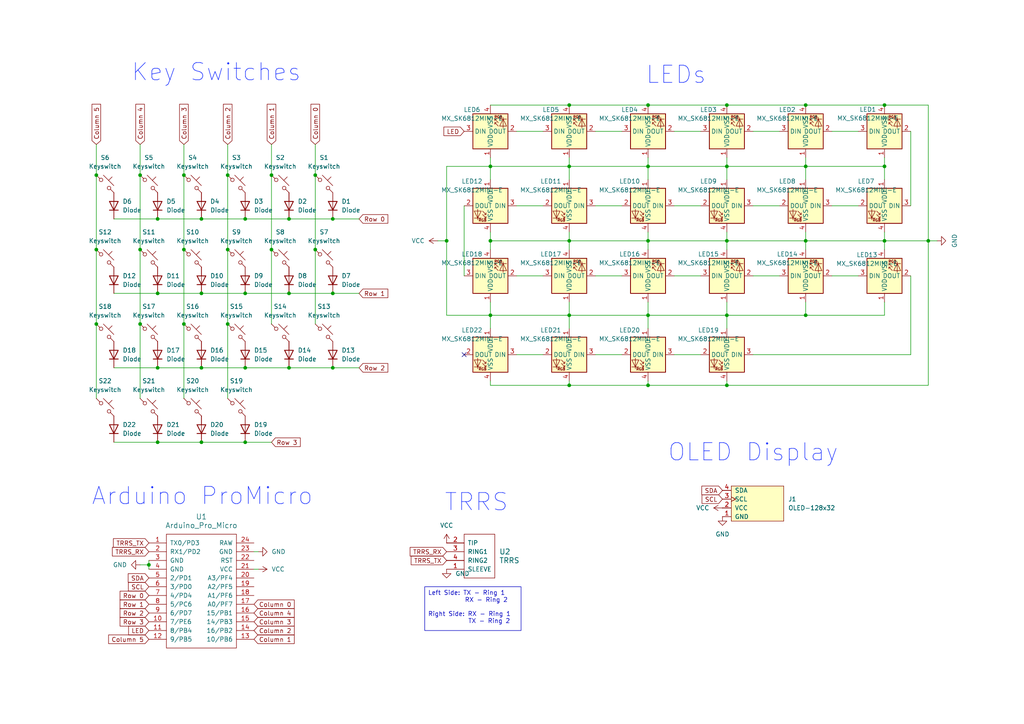
<source format=kicad_sch>
(kicad_sch (version 20231120) (generator "eeschema") (generator_version "8.0")
  (paper "A4")
  (title_block (title "RootKB-Right") (date "2024-04-27") (rev "1.0"))
  (lib_symbols
    (symbol "PCM_marbastlib-mx:MX_SK6812MINI-E"
      (property "Reference" "LED" (at 3.175 6.35 0))
      (property "Value" "MX_SK6812MINI-E" (at 10.16 -6.985 0))
      (symbol "MX_SK6812MINI-E_0_0"
        (text "RGB" (at 2.286 -4.191 0) (effects (font (size 0.762 0.762))))
      )
      (symbol "MX_SK6812MINI-E_0_1"
        (rectangle (start -5.08 5.08) (end 5.08 -5.08) (stroke (width 0.254)) (fill (type background)))
        (polyline (pts (xy 1.27 -3.556) (xy 1.778 -3.556)))
        (polyline (pts (xy 1.27 -2.54) (xy 1.778 -2.54)))
        (polyline (pts (xy 4.699 -3.556) (xy 2.667 -3.556)))
        (polyline (pts (xy 2.286 -2.54) (xy 1.27 -3.556) (xy 1.27 -3.048)))
        (polyline (pts (xy 2.286 -1.524) (xy 1.27 -2.54) (xy 1.27 -2.032)))
        (polyline (pts (xy 3.683 -1.016) (xy 3.683 -3.556) (xy 3.683 -4.064)))
        (polyline (pts (xy 4.699 -1.524) (xy 2.667 -1.524) (xy 3.683 -3.556) (xy 4.699 -1.524)))
      )
      (symbol "MX_SK6812MINI-E_1_1"
        (pin power_in line (at 0 7.62 270) (length 2.54) (name "VDD") (number "1"))
        (pin output line (at 7.62 0 180) (length 2.54) (name "DOUT") (number "2"))
        (pin input line (at -7.62 0 0) (length 2.54) (name "DIN") (number "3"))
        (pin power_in line (at 0 -7.62 90) (length 2.54) (name "VSS") (number "4"))
      )
    )
    (symbol "ScottoKeebs:MCU_Arduino_Pro_Micro" (pin_names (offset 1.016))
      (property "Reference" "U" (at 0 0 0))
      (property "Value" "Arduino_Pro_Micro" (at 0 -19.05 0))
      (symbol "MCU_Arduino_Pro_Micro_0_1"
        (rectangle (start -10.16 16.51) (end 10.16 -16.51))
      )
      (symbol "MCU_Arduino_Pro_Micro_1_1"
        (pin input line (at -15.24 13.97 0) (length 5.08) (name "TX0/PD3") (number "1"))
        (pin input line (at -15.24 -8.89 0) (length 5.08) (name "7/PE6") (number "10"))
        (pin input line (at -15.24 -11.43 0) (length 5.08) (name "8/PB4") (number "11"))
        (pin input line (at -15.24 -13.97 0) (length 5.08) (name "9/PB5") (number "12"))
        (pin input line (at 15.24 -13.97 180) (length 5.08) (name "10/PB6") (number "13"))
        (pin input line (at 15.24 -11.43 180) (length 5.08) (name "16/PB2") (number "14"))
        (pin input line (at 15.24 -8.89 180) (length 5.08) (name "14/PB3") (number "15"))
        (pin input line (at 15.24 -6.35 180) (length 5.08) (name "15/PB1") (number "16"))
        (pin input line (at 15.24 -3.81 180) (length 5.08) (name "A0/PF7") (number "17"))
        (pin input line (at 15.24 -1.27 180) (length 5.08) (name "A1/PF6") (number "18"))
        (pin input line (at 15.24 1.27 180) (length 5.08) (name "A2/PF5") (number "19"))
        (pin input line (at -15.24 11.43 0) (length 5.08) (name "RX1/PD2") (number "2"))
        (pin input line (at 15.24 3.81 180) (length 5.08) (name "A3/PF4") (number "20"))
        (pin input line (at 15.24 6.35 180) (length 5.08) (name "VCC") (number "21"))
        (pin input line (at 15.24 8.89 180) (length 5.08) (name "RST") (number "22"))
        (pin input line (at 15.24 11.43 180) (length 5.08) (name "GND") (number "23"))
        (pin input line (at 15.24 13.97 180) (length 5.08) (name "RAW") (number "24"))
        (pin input line (at -15.24 8.89 0) (length 5.08) (name "GND") (number "3"))
        (pin input line (at -15.24 6.35 0) (length 5.08) (name "GND") (number "4"))
        (pin input line (at -15.24 3.81 0) (length 5.08) (name "2/PD1") (number "5"))
        (pin input line (at -15.24 1.27 0) (length 5.08) (name "3/PD0") (number "6"))
        (pin input line (at -15.24 -1.27 0) (length 5.08) (name "4/PD4") (number "7"))
        (pin input line (at -15.24 -3.81 0) (length 5.08) (name "5/PC6") (number "8"))
        (pin input line (at -15.24 -6.35 0) (length 5.08) (name "6/PD7") (number "9"))
      )
    )
    (symbol "ScottoKeebs:Placeholder_Diode" (pin_numbers hide) (pin_names hide)
      (property "Reference" "D" (at 0 2.54 0))
      (property "Value" "Diode" (at 0 -2.54 0))
      (symbol "Placeholder_Diode_0_1"
        (polyline (pts (xy -1.27 1.27) (xy -1.27 -1.27)) (stroke (width 0.254)))
        (polyline (pts (xy 1.27 0) (xy -1.27 0)))
        (polyline (pts (xy 1.27 1.27) (xy 1.27 -1.27) (xy -1.27 0) (xy 1.27 1.27)) (stroke (width 0.254)))
      )
      (symbol "Placeholder_Diode_1_1"
        (pin passive line (at -3.81 0 0) (length 2.54) (name "K") (number "1"))
        (pin passive line (at 3.81 0 180) (length 2.54) (name "A") (number "2"))
      )
    )
    (symbol "ScottoKeebs:Placeholder_Keyswitch" (pin_numbers hide) (pin_names (offset 1.016) hide)
      (property "Reference" "S" (at 3.048 1.016 0))
      (property "Value" "Keyswitch" (at 0 -3.81 0))
      (symbol "Placeholder_Keyswitch_0_1"
        (circle (center -1.1684 1.1684) (radius 0.508))
        (polyline (pts (xy -0.508 2.54) (xy 2.54 -0.508)))
        (polyline (pts (xy 1.016 1.016) (xy 2.032 2.032)))
        (polyline (pts (xy -2.54 2.54) (xy -1.524 1.524) (xy -1.524 1.524)))
        (polyline (pts (xy 1.524 -1.524) (xy 2.54 -2.54) (xy 2.54 -2.54) (xy 2.54 -2.54)))
        (circle (center 1.143 -1.1938) (radius 0.508))
        (pin passive line (at -2.54 2.54 0) (length 0) (name "1") (number "1"))
        (pin passive line (at 2.54 -2.54 180) (length 0) (name "2") (number "2"))
      )
    )
    (symbol "ScottoKeebs:Placeholder_TRRS" (pin_names (offset 1.016))
      (property "Reference" "U" (at 0 15.24 0))
      (property "Value" "TRRS" (at 0 -2.54 0))
      (symbol "Placeholder_TRRS_0_1"
        (rectangle (start -3.81 0) (end -3.81 12.7))
        (rectangle (start -3.81 0) (end 5.08 0))
        (rectangle (start -3.81 12.7) (end 5.08 12.7))
        (rectangle (start 5.08 12.7) (end 5.08 0))
      )
      (symbol "Placeholder_TRRS_1_1"
        (pin input line (at -8.89 2.54 0) (length 5.08) (name "SLEEVE") (number "1"))
        (pin input line (at -8.89 10.16 0) (length 5.08) (name "TIP") (number "2"))
        (pin input line (at -8.89 7.62 0) (length 5.08) (name "RING1") (number "3"))
        (pin input line (at -8.89 5.08 0) (length 5.08) (name "RING2") (number "4"))
      )
    )
    (symbol "display:OLED-128x32" (pin_names (offset 1.016))
      (property "Reference" "J" (at 0 -6.35 0))
      (property "Value" "OLED-128x32" (at 0 6.35 0))
      (symbol "OLED-128x32_0_1"
        (rectangle (start 0 5.08) (end 15.24 -5.08) (fill (type background)))
      )
      (symbol "OLED-128x32_1_1"
        (pin power_in line (at -2.54 -3.81 0) (length 2.54) (name "GND") (number "1"))
        (pin power_in line (at -2.54 -1.27 0) (length 2.54) (name "VCC") (number "2"))
        (pin input clock (at -2.54 1.27 0) (length 2.54) (name "SCL") (number "3"))
        (pin bidirectional line (at -2.54 3.81 0) (length 2.54) (name "SDA") (number "4"))
      )
    )
    (symbol "power:GND" (power) (pin_numbers hide) (pin_names (offset 0) hide)
      (property "Value" "GND" (at 0 -3.81 0))
      (symbol "GND_0_1"
        (polyline (pts (xy 0 0) (xy 0 -1.27) (xy 1.27 -1.27) (xy 0 -2.54) (xy -1.27 -1.27) (xy 0 -1.27)))
      )
      (symbol "GND_1_1"
        (pin power_in line (at 0 0 270) (length 0) (name "~") (number "1"))
      )
    )
    (symbol "power:VCC" (power) (pin_numbers hide) (pin_names (offset 0) hide)
      (property "Value" "VCC" (at 0 3.556 0))
      (symbol "VCC_0_1"
        (polyline (pts (xy -0.762 1.27) (xy 0 2.54)))
        (polyline (pts (xy 0 0) (xy 0 2.54)))
        (polyline (pts (xy 0 2.54) (xy 0.762 1.27)))
      )
      (symbol "VCC_1_1"
        (pin power_in line (at 0 0 90) (length 0) (name "~") (number "1"))
      )
    )
  )
  (junction (at 40.64 72.39))
  (junction (at 187.96 69.85))
  (junction (at 142.24 91.44))
  (junction (at 71.12 85.09))
  (junction (at 58.42 63.5))
  (junction (at 142.24 48.26))
  (junction (at 53.34 72.39))
  (junction (at 142.24 69.85))
  (junction (at 210.82 30.48))
  (junction (at 66.04 93.98))
  (junction (at 45.72 106.68))
  (junction (at 165.1 111.76))
  (junction (at 256.54 48.26))
  (junction (at 269.24 69.85))
  (junction (at 83.82 106.68))
  (junction (at 210.82 69.85))
  (junction (at 71.12 128.27))
  (junction (at 165.1 69.85))
  (junction (at 27.94 72.39))
  (junction (at 187.96 30.48))
  (junction (at 165.1 91.44))
  (junction (at 256.54 30.48))
  (junction (at 187.96 111.76))
  (junction (at 43.18 163.83))
  (junction (at 66.04 50.8))
  (junction (at 210.82 111.76))
  (junction (at 187.96 48.26))
  (junction (at 40.64 93.98))
  (junction (at 71.12 106.68))
  (junction (at 210.82 91.44))
  (junction (at 45.72 85.09))
  (junction (at 78.74 50.8))
  (junction (at 71.12 63.5))
  (junction (at 256.54 69.85))
  (junction (at 210.82 48.26))
  (junction (at 96.52 106.68))
  (junction (at 58.42 128.27))
  (junction (at 165.1 48.26))
  (junction (at 96.52 63.5))
  (junction (at 96.52 85.09))
  (junction (at 40.64 50.8))
  (junction (at 91.44 50.8))
  (junction (at 45.72 63.5))
  (junction (at 58.42 106.68))
  (junction (at 233.68 30.48))
  (junction (at 83.82 63.5))
  (junction (at 233.68 48.26))
  (junction (at 78.74 72.39))
  (junction (at 129.54 69.85))
  (junction (at 27.94 93.98))
  (junction (at 27.94 50.8))
  (junction (at 53.34 93.98))
  (junction (at 53.34 50.8))
  (junction (at 45.72 128.27))
  (junction (at 66.04 72.39))
  (junction (at 187.96 91.44))
  (junction (at 233.68 91.44))
  (junction (at 233.68 69.85))
  (junction (at 165.1 30.48))
  (junction (at 83.82 85.09))
  (junction (at 91.44 72.39))
  (junction (at 58.42 85.09))
  (no_connect (at 134.62 102.87))
  (wire (pts (xy 226.06 80.01) (xy 218.44 80.01)))
  (wire (pts (xy 233.68 91.44) (xy 233.68 87.63)))
  (wire (pts (xy 43.18 163.83) (xy 43.18 165.1)))
  (wire (pts (xy 71.12 106.68) (xy 83.82 106.68)))
  (wire (pts (xy 58.42 85.09) (xy 71.12 85.09)))
  (wire (pts (xy 165.1 45.72) (xy 165.1 48.26)))
  (wire (pts (xy 40.64 93.98) (xy 40.64 115.57)))
  (wire (pts (xy 210.82 110.49) (xy 210.82 111.76)))
  (wire (pts (xy 66.04 72.39) (xy 66.04 93.98)))
  (wire (pts (xy 165.1 91.44) (xy 165.1 95.25)))
  (wire (pts (xy 233.68 91.44) (xy 256.54 91.44)))
  (wire (pts (xy 129.54 91.44) (xy 142.24 91.44)))
  (wire (pts (xy 157.48 59.69) (xy 149.86 59.69)))
  (wire (pts (xy 187.96 48.26) (xy 165.1 48.26)))
  (wire (pts (xy 58.42 128.27) (xy 71.12 128.27)))
  (wire (pts (xy 210.82 111.76) (xy 187.96 111.76)))
  (wire (pts (xy 180.34 80.01) (xy 172.72 80.01)))
  (wire (pts (xy 45.72 63.5) (xy 58.42 63.5)))
  (wire (pts (xy 104.14 85.09) (xy 96.52 85.09)))
  (wire (pts (xy 203.2 59.69) (xy 195.58 59.69)))
  (wire (pts (xy 187.96 110.49) (xy 187.96 111.76)))
  (wire (pts (xy 256.54 69.85) (xy 233.68 69.85)))
  (wire (pts (xy 180.34 102.87) (xy 172.72 102.87)))
  (wire (pts (xy 264.16 38.1) (xy 264.16 59.69)))
  (wire (pts (xy 256.54 48.26) (xy 233.68 48.26)))
  (wire (pts (xy 142.24 87.63) (xy 142.24 91.44)))
  (wire (pts (xy 187.96 48.26) (xy 187.96 52.07)))
  (wire (pts (xy 165.1 48.26) (xy 165.1 52.07)))
  (wire (pts (xy 71.12 85.09) (xy 83.82 85.09)))
  (wire (pts (xy 203.2 80.01) (xy 195.58 80.01)))
  (wire (pts (xy 129.54 69.85) (xy 129.54 91.44)))
  (wire (pts (xy 233.68 48.26) (xy 210.82 48.26)))
  (wire (pts (xy 165.1 91.44) (xy 142.24 91.44)))
  (wire (pts (xy 256.54 69.85) (xy 256.54 72.39)))
  (wire (pts (xy 33.02 85.09) (xy 45.72 85.09)))
  (wire (pts (xy 157.48 102.87) (xy 149.86 102.87)))
  (wire (pts (xy 66.04 93.98) (xy 66.04 115.57)))
  (wire (pts (xy 40.64 41.91) (xy 40.64 50.8)))
  (wire (pts (xy 187.96 45.72) (xy 187.96 48.26)))
  (wire (pts (xy 180.34 38.1) (xy 172.72 38.1)))
  (wire (pts (xy 256.54 67.31) (xy 256.54 69.85)))
  (wire (pts (xy 187.96 87.63) (xy 187.96 91.44)))
  (wire (pts (xy 104.14 63.5) (xy 96.52 63.5)))
  (wire (pts (xy 53.34 41.91) (xy 53.34 50.8)))
  (wire (pts (xy 264.16 80.01) (xy 264.16 102.87)))
  (wire (pts (xy 27.94 93.98) (xy 27.94 115.57)))
  (wire (pts (xy 142.24 69.85) (xy 142.24 72.39)))
  (wire (pts (xy 157.48 38.1) (xy 149.86 38.1)))
  (wire (pts (xy 269.24 30.48) (xy 269.24 69.85)))
  (wire (pts (xy 129.54 48.26) (xy 129.54 69.85)))
  (wire (pts (xy 233.68 67.31) (xy 233.68 69.85)))
  (wire (pts (xy 33.02 63.5) (xy 45.72 63.5)))
  (wire (pts (xy 248.92 38.1) (xy 241.3 38.1)))
  (wire (pts (xy 45.72 85.09) (xy 58.42 85.09)))
  (wire (pts (xy 142.24 45.72) (xy 142.24 48.26)))
  (wire (pts (xy 165.1 69.85) (xy 142.24 69.85)))
  (wire (pts (xy 91.44 41.91) (xy 91.44 50.8)))
  (wire (pts (xy 43.18 162.56) (xy 43.18 163.83)))
  (wire (pts (xy 256.54 48.26) (xy 256.54 52.07)))
  (wire (pts (xy 33.02 106.68) (xy 45.72 106.68)))
  (wire (pts (xy 66.04 50.8) (xy 66.04 72.39)))
  (wire (pts (xy 187.96 91.44) (xy 187.96 95.25)))
  (wire (pts (xy 74.93 165.1) (xy 73.66 165.1)))
  (wire (pts (xy 210.82 48.26) (xy 187.96 48.26)))
  (wire (pts (xy 256.54 30.48) (xy 269.24 30.48)))
  (wire (pts (xy 40.64 163.83) (xy 43.18 163.83)))
  (wire (pts (xy 271.78 69.85) (xy 269.24 69.85)))
  (wire (pts (xy 187.96 30.48) (xy 165.1 30.48)))
  (wire (pts (xy 142.24 48.26) (xy 142.24 52.07)))
  (wire (pts (xy 187.96 69.85) (xy 187.96 72.39)))
  (wire (pts (xy 53.34 93.98) (xy 53.34 115.57)))
  (wire (pts (xy 203.2 102.87) (xy 195.58 102.87)))
  (wire (pts (xy 187.96 111.76) (xy 165.1 111.76)))
  (wire (pts (xy 165.1 87.63) (xy 165.1 91.44)))
  (wire (pts (xy 210.82 87.63) (xy 210.82 91.44)))
  (wire (pts (xy 134.62 59.69) (xy 134.62 80.01)))
  (wire (pts (xy 210.82 91.44) (xy 233.68 91.44)))
  (wire (pts (xy 53.34 72.39) (xy 53.34 93.98)))
  (wire (pts (xy 83.82 85.09) (xy 96.52 85.09)))
  (wire (pts (xy 226.06 59.69) (xy 218.44 59.69)))
  (wire (pts (xy 83.82 63.5) (xy 96.52 63.5)))
  (wire (pts (xy 165.1 30.48) (xy 142.24 30.48)))
  (wire (pts (xy 165.1 48.26) (xy 142.24 48.26)))
  (wire (pts (xy 40.64 72.39) (xy 40.64 93.98)))
  (wire (pts (xy 248.92 59.69) (xy 241.3 59.69)))
  (wire (pts (xy 187.96 69.85) (xy 165.1 69.85)))
  (wire (pts (xy 210.82 45.72) (xy 210.82 48.26)))
  (wire (pts (xy 256.54 45.72) (xy 256.54 48.26)))
  (wire (pts (xy 165.1 111.76) (xy 142.24 111.76)))
  (wire (pts (xy 157.48 80.01) (xy 149.86 80.01)))
  (wire (pts (xy 248.92 80.01) (xy 241.3 80.01)))
  (wire (pts (xy 58.42 63.5) (xy 71.12 63.5)))
  (wire (pts (xy 66.04 41.91) (xy 66.04 50.8)))
  (wire (pts (xy 58.42 106.68) (xy 71.12 106.68)))
  (wire (pts (xy 71.12 128.27) (xy 78.74 128.27)))
  (wire (pts (xy 233.68 69.85) (xy 210.82 69.85)))
  (wire (pts (xy 45.72 106.68) (xy 58.42 106.68)))
  (wire (pts (xy 210.82 91.44) (xy 187.96 91.44)))
  (wire (pts (xy 210.82 69.85) (xy 187.96 69.85)))
  (wire (pts (xy 91.44 72.39) (xy 91.44 93.98)))
  (wire (pts (xy 40.64 50.8) (xy 40.64 72.39)))
  (wire (pts (xy 210.82 48.26) (xy 210.82 52.07)))
  (wire (pts (xy 104.14 106.68) (xy 96.52 106.68)))
  (wire (pts (xy 83.82 106.68) (xy 96.52 106.68)))
  (wire (pts (xy 233.68 45.72) (xy 233.68 48.26)))
  (wire (pts (xy 165.1 67.31) (xy 165.1 69.85)))
  (wire (pts (xy 187.96 67.31) (xy 187.96 69.85)))
  (wire (pts (xy 210.82 30.48) (xy 187.96 30.48)))
  (wire (pts (xy 71.12 63.5) (xy 83.82 63.5)))
  (wire (pts (xy 53.34 50.8) (xy 53.34 72.39)))
  (wire (pts (xy 210.82 67.31) (xy 210.82 69.85)))
  (wire (pts (xy 233.68 69.85) (xy 233.68 72.39)))
  (wire (pts (xy 27.94 72.39) (xy 27.94 93.98)))
  (wire (pts (xy 233.68 30.48) (xy 210.82 30.48)))
  (wire (pts (xy 269.24 111.76) (xy 210.82 111.76)))
  (wire (pts (xy 233.68 48.26) (xy 233.68 52.07)))
  (wire (pts (xy 45.72 128.27) (xy 58.42 128.27)))
  (wire (pts (xy 127 69.85) (xy 129.54 69.85)))
  (wire (pts (xy 264.16 102.87) (xy 218.44 102.87)))
  (wire (pts (xy 187.96 91.44) (xy 165.1 91.44)))
  (wire (pts (xy 142.24 110.49) (xy 142.24 111.76)))
  (wire (pts (xy 142.24 67.31) (xy 142.24 69.85)))
  (wire (pts (xy 210.82 69.85) (xy 210.82 72.39)))
  (wire (pts (xy 226.06 38.1) (xy 218.44 38.1)))
  (wire (pts (xy 142.24 48.26) (xy 129.54 48.26)))
  (wire (pts (xy 269.24 69.85) (xy 256.54 69.85)))
  (wire (pts (xy 256.54 91.44) (xy 256.54 87.63)))
  (wire (pts (xy 180.34 59.69) (xy 172.72 59.69)))
  (wire (pts (xy 165.1 110.49) (xy 165.1 111.76)))
  (wire (pts (xy 210.82 91.44) (xy 210.82 95.25)))
  (wire (pts (xy 27.94 41.91) (xy 27.94 50.8)))
  (wire (pts (xy 256.54 30.48) (xy 233.68 30.48)))
  (wire (pts (xy 74.93 160.02) (xy 73.66 160.02)))
  (wire (pts (xy 269.24 69.85) (xy 269.24 111.76)))
  (wire (pts (xy 142.24 91.44) (xy 142.24 95.25)))
  (wire (pts (xy 27.94 50.8) (xy 27.94 72.39)))
  (wire (pts (xy 78.74 41.91) (xy 78.74 50.8)))
  (wire (pts (xy 78.74 72.39) (xy 78.74 93.98)))
  (wire (pts (xy 203.2 38.1) (xy 195.58 38.1)))
  (wire (pts (xy 165.1 69.85) (xy 165.1 72.39)))
  (wire (pts (xy 91.44 50.8) (xy 91.44 72.39)))
  (wire (pts (xy 33.02 128.27) (xy 45.72 128.27)))
  (wire (pts (xy 78.74 50.8) (xy 78.74 72.39)))
  (text_box "Left Side: TX - Ring 1\n           RX - Ring 2\n\nRight Side: RX - Ring 1\n            TX - Ring 2" (at 123.19 170.18 0) (size 27.94 12.7) (effects (font (size 1.27 1.27)) (justify left top)))
  (text "LEDs" (at 196.088 21.844 0) (effects (font (size 5 5))))
  (text "Arduino ProMicro" (at 58.674 144.018 0) (effects (font (size 5 5))))
  (text "Key Switches" (at 62.738 21.082 0) (effects (font (size 5 5))))
  (text "OLED Display" (at 218.44 131.318 0) (effects (font (size 5 5))))
  (text "TRRS" (at 138.176 145.796 0) (effects (font (size 5 5))))
  (global_label "Row 0" (shape input) (at 104.14 63.5 0) (property "Intersheetrefs" "${INTERSHEET_REFS}" (effects (hide yes))))
  (global_label "Column 5" (shape input) (at 43.18 185.42 180) (property "Intersheetrefs" "${INTERSHEET_REFS}" (effects (hide yes))))
  (global_label "Column 0" (shape input) (at 73.66 175.26 0) (property "Intersheetrefs" "${INTERSHEET_REFS}" (effects (hide yes))))
  (global_label "Column 1" (shape input) (at 78.74 41.91 90) (property "Intersheetrefs" "${INTERSHEET_REFS}" (effects (hide yes))))
  (global_label "Column 2" (shape input) (at 73.66 182.88 0) (property "Intersheetrefs" "${INTERSHEET_REFS}" (effects (hide yes))))
  (global_label "Row 3" (shape input) (at 43.18 180.34 180) (property "Intersheetrefs" "${INTERSHEET_REFS}" (effects (hide yes))))
  (global_label "LED" (shape input) (at 134.62 38.1 180) (property "Intersheetrefs" "${INTERSHEET_REFS}" (effects (hide yes))))
  (global_label "Row 1" (shape input) (at 43.18 175.26 180) (property "Intersheetrefs" "${INTERSHEET_REFS}" (effects (hide yes))))
  (global_label "Column 4" (shape input) (at 40.64 41.91 90) (property "Intersheetrefs" "${INTERSHEET_REFS}" (effects (hide yes))))
  (global_label "LED" (shape input) (at 43.18 182.88 180) (property "Intersheetrefs" "${INTERSHEET_REFS}" (effects (hide yes))))
  (global_label "SCL" (shape input) (at 43.18 170.18 180) (property "Intersheetrefs" "${INTERSHEET_REFS}" (effects (hide yes))))
  (global_label "Column 4" (shape input) (at 73.66 177.8 0) (property "Intersheetrefs" "${INTERSHEET_REFS}" (effects (hide yes))))
  (global_label "Row 2" (shape input) (at 104.14 106.68 0) (property "Intersheetrefs" "${INTERSHEET_REFS}" (effects (hide yes))))
  (global_label "Column 1" (shape input) (at 73.66 185.42 0) (property "Intersheetrefs" "${INTERSHEET_REFS}" (effects (hide yes))))
  (global_label "TRRS_RX" (shape input) (at 129.54 160.02 180) (property "Intersheetrefs" "${INTERSHEET_REFS}" (effects (hide yes))))
  (global_label "Column 3" (shape input) (at 73.66 180.34 0) (property "Intersheetrefs" "${INTERSHEET_REFS}" (effects (hide yes))))
  (global_label "SDA" (shape input) (at 43.18 167.64 180) (property "Intersheetrefs" "${INTERSHEET_REFS}" (effects (hide yes))))
  (global_label "Row 2" (shape input) (at 43.18 177.8 180) (property "Intersheetrefs" "${INTERSHEET_REFS}" (effects (hide yes))))
  (global_label "SCL" (shape input) (at 209.55 144.78 180) (property "Intersheetrefs" "${INTERSHEET_REFS}" (effects (hide yes))))
  (global_label "Row 1" (shape input) (at 104.14 85.09 0) (property "Intersheetrefs" "${INTERSHEET_REFS}" (effects (hide yes))))
  (global_label "Row 3" (shape input) (at 78.74 128.27 0) (property "Intersheetrefs" "${INTERSHEET_REFS}" (effects (hide yes))))
  (global_label "TRRS_TX" (shape input) (at 129.54 162.56 180) (property "Intersheetrefs" "${INTERSHEET_REFS}" (effects (hide yes))))
  (global_label "Column 0" (shape input) (at 91.44 41.91 90) (property "Intersheetrefs" "${INTERSHEET_REFS}" (effects (hide yes))))
  (global_label "Column 2" (shape input) (at 66.04 41.91 90) (property "Intersheetrefs" "${INTERSHEET_REFS}" (effects (hide yes))))
  (global_label "Column 3" (shape input) (at 53.34 41.91 90) (property "Intersheetrefs" "${INTERSHEET_REFS}" (effects (hide yes))))
  (global_label "SDA" (shape input) (at 209.55 142.24 180) (property "Intersheetrefs" "${INTERSHEET_REFS}" (effects (hide yes))))
  (global_label "Row 0" (shape input) (at 43.18 172.72 180) (property "Intersheetrefs" "${INTERSHEET_REFS}" (effects (hide yes))))
  (global_label "Column 5" (shape input) (at 27.94 41.91 90) (property "Intersheetrefs" "${INTERSHEET_REFS}" (effects (hide yes))))
  (global_label "TRRS_TX" (shape input) (at 43.18 157.48 180) (property "Intersheetrefs" "${INTERSHEET_REFS}" (effects (hide yes))))
  (global_label "TRRS_RX" (shape input) (at 43.18 160.02 180) (property "Intersheetrefs" "${INTERSHEET_REFS}" (effects (hide yes))))
  (symbol (lib_id "ScottoKeebs:Placeholder_Keyswitch") (at 55.88 53.34 0) (unit 1)
    (property "Reference" "S4" (at 55.88 45.72 0))
    (property "Value" "Keyswitch" (at 55.88 48.26 0))
    (property "Footprint" "PCM_Switch_Keyboard_Hotswap_Kailh:SW_Hotswap_Kailh_MX_1.00u" (effects (hide yes)))
    (property "Description" "Push button switch, normally open, two pins, 45° tilted" (effects (hide yes)))
  )
  (symbol (lib_id "ScottoKeebs:Placeholder_Diode") (at 96.52 102.87 90) (unit 1)
    (property "Reference" "D13" (at 99.06 101.5999 90) (effects (justify right)))
    (property "Value" "Diode" (at 99.06 104.1399 90) (effects (justify right)))
    (property "Footprint" "Diode_SMD:D_SOD-123F" (effects (hide yes)))
    (property "Description" "1N4148 (DO-35) or 1N4148W (SOD-123)" (effects (hide yes)))
    (property "Sim.Device" "D" (effects (hide yes)))
    (property "Sim.Pins" "1=K 2=A" (effects (hide yes)))
  )
  (symbol (lib_id "ScottoKeebs:Placeholder_Diode") (at 33.02 124.46 90) (unit 1)
    (property "Reference" "D22" (at 35.56 123.1899 90) (effects (justify right)))
    (property "Value" "Diode" (at 35.56 125.7299 90) (effects (justify right)))
    (property "Footprint" "Diode_SMD:D_SOD-123F" (effects (hide yes)))
    (property "Description" "1N4148 (DO-35) or 1N4148W (SOD-123)" (effects (hide yes)))
    (property "Sim.Device" "D" (effects (hide yes)))
    (property "Sim.Pins" "1=K 2=A" (effects (hide yes)))
  )
  (symbol (lib_id "PCM_marbastlib-mx:MX_SK6812MINI-E") (at 256.54 38.1 0) (mirror x) (unit 1)
    (property "Reference" "LED1" (at 251.714 31.75 0))
    (property "Value" "MX_SK6812MINI-E" (at 251.714 34.29 0))
    (property "Footprint" "PCM_marbastlib-mx:LED_MX_6028R" (effects (hide yes)))
    (property "Description" "Reverse mount adressable LED (WS2812 protocol)" (effects (hide yes)))
  )
  (symbol (lib_id "ScottoKeebs:Placeholder_Diode") (at 45.72 59.69 90) (unit 1)
    (property "Reference" "D5" (at 48.26 58.4199 90) (effects (justify right)))
    (property "Value" "Diode" (at 48.26 60.9599 90) (effects (justify right)))
    (property "Footprint" "Diode_SMD:D_SOD-123F" (effects (hide yes)))
    (property "Description" "1N4148 (DO-35) or 1N4148W (SOD-123)" (effects (hide yes)))
    (property "Sim.Device" "D" (effects (hide yes)))
    (property "Sim.Pins" "1=K 2=A" (effects (hide yes)))
  )
  (symbol (lib_id "ScottoKeebs:Placeholder_Diode") (at 71.12 59.69 90) (unit 1)
    (property "Reference" "D3" (at 73.66 58.4199 90) (effects (justify right)))
    (property "Value" "Diode" (at 73.66 60.9599 90) (effects (justify right)))
    (property "Footprint" "Diode_SMD:D_SOD-123F" (effects (hide yes)))
    (property "Description" "1N4148 (DO-35) or 1N4148W (SOD-123)" (effects (hide yes)))
    (property "Sim.Device" "D" (effects (hide yes)))
    (property "Sim.Pins" "1=K 2=A" (effects (hide yes)))
  )
  (symbol (lib_id "ScottoKeebs:Placeholder_Keyswitch") (at 55.88 118.11 0) (unit 1)
    (property "Reference" "S20" (at 55.88 110.49 0))
    (property "Value" "Keyswitch" (at 55.88 113.03 0))
    (property "Footprint" "PCM_Switch_Keyboard_Hotswap_Kailh:SW_Hotswap_Kailh_MX_1.25u_90deg" (effects (hide yes)))
    (property "Description" "Push button switch, normally open, two pins, 45° tilted" (effects (hide yes)))
  )
  (symbol (lib_id "PCM_marbastlib-mx:MX_SK6812MINI-E") (at 210.82 59.69 0) (mirror y) (unit 1)
    (property "Reference" "LED9" (at 205.486 52.578 0))
    (property "Value" "MX_SK6812MINI-E" (at 205.486 55.118 0))
    (property "Footprint" "PCM_marbastlib-mx:LED_MX_6028R" (effects (hide yes)))
    (property "Description" "Reverse mount adressable LED (WS2812 protocol)" (effects (hide yes)))
  )
  (symbol (lib_id "ScottoKeebs:Placeholder_Diode") (at 45.72 81.28 90) (unit 1)
    (property "Reference" "D11" (at 48.26 80.0099 90) (effects (justify right)))
    (property "Value" "Diode" (at 48.26 82.5499 90) (effects (justify right)))
    (property "Footprint" "Diode_SMD:D_SOD-123F" (effects (hide yes)))
    (property "Description" "1N4148 (DO-35) or 1N4148W (SOD-123)" (effects (hide yes)))
    (property "Sim.Device" "D" (effects (hide yes)))
    (property "Sim.Pins" "1=K 2=A" (effects (hide yes)))
  )
  (symbol (lib_id "ScottoKeebs:Placeholder_Diode") (at 45.72 124.46 90) (unit 1)
    (property "Reference" "D21" (at 48.26 123.1899 90) (effects (justify right)))
    (property "Value" "Diode" (at 48.26 125.7299 90) (effects (justify right)))
    (property "Footprint" "Diode_SMD:D_SOD-123F" (effects (hide yes)))
    (property "Description" "1N4148 (DO-35) or 1N4148W (SOD-123)" (effects (hide yes)))
    (property "Sim.Device" "D" (effects (hide yes)))
    (property "Sim.Pins" "1=K 2=A" (effects (hide yes)))
  )
  (symbol (lib_id "ScottoKeebs:Placeholder_Diode") (at 33.02 102.87 90) (unit 1)
    (property "Reference" "D18" (at 35.56 101.5999 90) (effects (justify right)))
    (property "Value" "Diode" (at 35.56 104.1399 90) (effects (justify right)))
    (property "Footprint" "Diode_SMD:D_SOD-123F" (effects (hide yes)))
    (property "Description" "1N4148 (DO-35) or 1N4148W (SOD-123)" (effects (hide yes)))
    (property "Sim.Device" "D" (effects (hide yes)))
    (property "Sim.Pins" "1=K 2=A" (effects (hide yes)))
  )
  (symbol (lib_id "power:VCC") (at 74.93 165.1 270) (unit 1)
    (property "Reference" "#PWR03" (effects (hide yes)))
    (property "Value" "VCC" (at 78.74 165.0999 90) (effects (justify left)))
    (property "Description" "Power symbol creates a global label with name \"VCC\"" (effects (hide yes)))
  )
  (symbol (lib_id "ScottoKeebs:Placeholder_Keyswitch") (at 43.18 118.11 0) (unit 1)
    (property "Reference" "S21" (at 43.18 110.49 0))
    (property "Value" "Keyswitch" (at 43.18 113.03 0))
    (property "Footprint" "PCM_Switch_Keyboard_Hotswap_Kailh:SW_Hotswap_Kailh_MX_1.25u_90deg" (effects (hide yes)))
    (property "Description" "Push button switch, normally open, two pins, 45° tilted" (effects (hide yes)))
  )
  (symbol (lib_id "ScottoKeebs:Placeholder_Keyswitch") (at 55.88 96.52 0) (unit 1)
    (property "Reference" "S16" (at 55.88 88.9 0))
    (property "Value" "Keyswitch" (at 55.88 91.44 0))
    (property "Footprint" "PCM_Switch_Keyboard_Hotswap_Kailh:SW_Hotswap_Kailh_MX_1.00u" (effects (hide yes)))
    (property "Description" "Push button switch, normally open, two pins, 45° tilted" (effects (hide yes)))
  )
  (symbol (lib_id "power:VCC") (at 129.54 157.48 0) (unit 1)
    (property "Reference" "#PWR06" (effects (hide yes)))
    (property "Value" "VCC" (at 129.54 152.4 0))
    (property "Description" "Power symbol creates a global label with name \"VCC\"" (effects (hide yes)))
  )
  (symbol (lib_id "PCM_marbastlib-mx:MX_SK6812MINI-E") (at 187.96 102.87 0) (mirror y) (unit 1)
    (property "Reference" "LED20" (at 182.626 95.758 0))
    (property "Value" "MX_SK6812MINI-E" (at 182.626 98.298 0))
    (property "Footprint" "PCM_marbastlib-mx:LED_MX_6028R" (effects (hide yes)))
    (property "Description" "Reverse mount adressable LED (WS2812 protocol)" (effects (hide yes)))
  )
  (symbol (lib_id "ScottoKeebs:Placeholder_Keyswitch") (at 30.48 74.93 0) (unit 1)
    (property "Reference" "S12" (at 30.48 67.31 0))
    (property "Value" "Keyswitch" (at 30.48 69.85 0))
    (property "Footprint" "PCM_Switch_Keyboard_Hotswap_Kailh:SW_Hotswap_Kailh_MX_1.00u" (effects (hide yes)))
    (property "Description" "Push button switch, normally open, two pins, 45° tilted" (effects (hide yes)))
  )
  (symbol (lib_id "power:GND") (at 74.93 160.02 90) (unit 1)
    (property "Reference" "#PWR02" (effects (hide yes)))
    (property "Value" "GND" (at 78.74 160.0199 90) (effects (justify right)))
    (property "Description" "Power symbol creates a global label with name \"GND\" , ground" (effects (hide yes)))
  )
  (symbol (lib_id "ScottoKeebs:Placeholder_Keyswitch") (at 68.58 74.93 0) (unit 1)
    (property "Reference" "S9" (at 68.58 67.31 0))
    (property "Value" "Keyswitch" (at 68.58 69.85 0))
    (property "Footprint" "PCM_Switch_Keyboard_Hotswap_Kailh:SW_Hotswap_Kailh_MX_1.00u" (effects (hide yes)))
    (property "Description" "Push button switch, normally open, two pins, 45° tilted" (effects (hide yes)))
  )
  (symbol (lib_id "PCM_marbastlib-mx:MX_SK6812MINI-E") (at 187.96 80.01 0) (mirror x) (unit 1)
    (property "Reference" "LED16" (at 182.626 73.7204 0))
    (property "Value" "MX_SK6812MINI-E" (at 182.626 76.2604 0))
    (property "Footprint" "PCM_marbastlib-mx:LED_MX_6028R" (effects (hide yes)))
    (property "Description" "Reverse mount adressable LED (WS2812 protocol)" (effects (hide yes)))
  )
  (symbol (lib_id "PCM_marbastlib-mx:MX_SK6812MINI-E") (at 210.82 38.1 0) (mirror x) (unit 1)
    (property "Reference" "LED3" (at 205.486 31.8104 0))
    (property "Value" "MX_SK6812MINI-E" (at 205.486 34.3504 0))
    (property "Footprint" "PCM_marbastlib-mx:LED_MX_6028R" (effects (hide yes)))
    (property "Description" "Reverse mount adressable LED (WS2812 protocol)" (effects (hide yes)))
  )
  (symbol (lib_id "display:OLED-128x32") (at 212.09 146.05 0) (unit 1)
    (property "Reference" "J1" (at 228.6 144.7799 0) (effects (justify left)))
    (property "Value" "OLED-128x32" (at 228.6 147.3199 0) (effects (justify left)))
    (property "Footprint" "display:OLED-128x32-cutout" (effects (hide yes)))
  )
  (symbol (lib_id "ScottoKeebs:Placeholder_Keyswitch") (at 43.18 74.93 0) (unit 1)
    (property "Reference" "S11" (at 43.18 67.31 0))
    (property "Value" "Keyswitch" (at 43.18 69.85 0))
    (property "Footprint" "PCM_Switch_Keyboard_Hotswap_Kailh:SW_Hotswap_Kailh_MX_1.00u" (effects (hide yes)))
    (property "Description" "Push button switch, normally open, two pins, 45° tilted" (effects (hide yes)))
  )
  (symbol (lib_id "PCM_marbastlib-mx:MX_SK6812MINI-E") (at 165.1 102.87 0) (mirror y) (unit 1)
    (property "Reference" "LED21" (at 159.766 95.758 0))
    (property "Value" "MX_SK6812MINI-E" (at 159.766 98.298 0))
    (property "Footprint" "PCM_marbastlib-mx:LED_MX_6028R" (effects (hide yes)))
    (property "Description" "Reverse mount adressable LED (WS2812 protocol)" (effects (hide yes)))
  )
  (symbol (lib_id "ScottoKeebs:Placeholder_Keyswitch") (at 43.18 96.52 0) (unit 1)
    (property "Reference" "S17" (at 43.18 88.9 0))
    (property "Value" "Keyswitch" (at 43.18 91.44 0))
    (property "Footprint" "PCM_Switch_Keyboard_Hotswap_Kailh:SW_Hotswap_Kailh_MX_1.00u" (effects (hide yes)))
    (property "Description" "Push button switch, normally open, two pins, 45° tilted" (effects (hide yes)))
  )
  (symbol (lib_id "ScottoKeebs:Placeholder_Keyswitch") (at 43.18 53.34 0) (unit 1)
    (property "Reference" "S5" (at 43.18 45.72 0))
    (property "Value" "Keyswitch" (at 43.18 48.26 0))
    (property "Footprint" "PCM_Switch_Keyboard_Hotswap_Kailh:SW_Hotswap_Kailh_MX_1.00u" (effects (hide yes)))
    (property "Description" "Push button switch, normally open, two pins, 45° tilted" (effects (hide yes)))
  )
  (symbol (lib_id "ScottoKeebs:Placeholder_Keyswitch") (at 81.28 74.93 0) (unit 1)
    (property "Reference" "S8" (at 81.28 67.31 0))
    (property "Value" "Keyswitch" (at 81.28 69.85 0))
    (property "Footprint" "PCM_Switch_Keyboard_Hotswap_Kailh:SW_Hotswap_Kailh_MX_1.00u" (effects (hide yes)))
    (property "Description" "Push button switch, normally open, two pins, 45° tilted" (effects (hide yes)))
  )
  (symbol (lib_id "PCM_marbastlib-mx:MX_SK6812MINI-E") (at 187.96 38.1 0) (mirror x) (unit 1)
    (property "Reference" "LED4" (at 182.626 31.8104 0))
    (property "Value" "MX_SK6812MINI-E" (at 182.626 34.3504 0))
    (property "Footprint" "PCM_marbastlib-mx:LED_MX_6028R" (effects (hide yes)))
    (property "Description" "Reverse mount adressable LED (WS2812 protocol)" (effects (hide yes)))
  )
  (symbol (lib_id "ScottoKeebs:Placeholder_Diode") (at 33.02 59.69 90) (unit 1)
    (property "Reference" "D6" (at 35.56 58.4199 90) (effects (justify right)))
    (property "Value" "Diode" (at 35.56 60.9599 90) (effects (justify right)))
    (property "Footprint" "Diode_SMD:D_SOD-123F" (effects (hide yes)))
    (property "Description" "1N4148 (DO-35) or 1N4148W (SOD-123)" (effects (hide yes)))
    (property "Sim.Device" "D" (effects (hide yes)))
    (property "Sim.Pins" "1=K 2=A" (effects (hide yes)))
  )
  (symbol (lib_id "ScottoKeebs:Placeholder_Keyswitch") (at 81.28 96.52 0) (unit 1)
    (property "Reference" "S14" (at 81.28 88.9 0))
    (property "Value" "Keyswitch" (at 81.28 91.44 0))
    (property "Footprint" "PCM_Switch_Keyboard_Hotswap_Kailh:SW_Hotswap_Kailh_MX_1.00u" (effects (hide yes)))
    (property "Description" "Push button switch, normally open, two pins, 45° tilted" (effects (hide yes)))
  )
  (symbol (lib_id "PCM_marbastlib-mx:MX_SK6812MINI-E") (at 142.24 102.87 0) (mirror y) (unit 1)
    (property "Reference" "LED22" (at 136.906 95.758 0))
    (property "Value" "MX_SK6812MINI-E" (at 136.906 98.298 0))
    (property "Footprint" "PCM_marbastlib-mx:LED_MX_6028R" (effects (hide yes)))
    (property "Description" "Reverse mount adressable LED (WS2812 protocol)" (effects (hide yes)))
  )
  (symbol (lib_id "ScottoKeebs:Placeholder_Keyswitch") (at 30.48 96.52 0) (unit 1)
    (property "Reference" "S18" (at 30.48 88.9 0))
    (property "Value" "Keyswitch" (at 30.48 91.44 0))
    (property "Footprint" "PCM_Switch_Keyboard_Hotswap_Kailh:SW_Hotswap_Kailh_MX_1.00u" (effects (hide yes)))
    (property "Description" "Push button switch, normally open, two pins, 45° tilted" (effects (hide yes)))
  )
  (symbol (lib_id "PCM_marbastlib-mx:MX_SK6812MINI-E") (at 210.82 102.87 0) (mirror y) (unit 1)
    (property "Reference" "LED19" (at 205.486 95.758 0))
    (property "Value" "MX_SK6812MINI-E" (at 205.486 98.298 0))
    (property "Footprint" "PCM_marbastlib-mx:LED_MX_6028R" (effects (hide yes)))
    (property "Description" "Reverse mount adressable LED (WS2812 protocol)" (effects (hide yes)))
  )
  (symbol (lib_id "ScottoKeebs:Placeholder_Keyswitch") (at 93.98 74.93 0) (unit 1)
    (property "Reference" "S7" (at 93.98 67.31 0))
    (property "Value" "Keyswitch" (at 93.98 69.85 0))
    (property "Footprint" "PCM_Switch_Keyboard_Hotswap_Kailh:SW_Hotswap_Kailh_MX_1.00u" (effects (hide yes)))
    (property "Description" "Push button switch, normally open, two pins, 45° tilted" (effects (hide yes)))
  )
  (symbol (lib_id "PCM_marbastlib-mx:MX_SK6812MINI-E") (at 142.24 59.69 0) (mirror y) (unit 1)
    (property "Reference" "LED12" (at 136.906 52.578 0))
    (property "Value" "MX_SK6812MINI-E" (at 136.906 55.118 0))
    (property "Footprint" "PCM_marbastlib-mx:LED_MX_6028R" (effects (hide yes)))
    (property "Description" "Reverse mount adressable LED (WS2812 protocol)" (effects (hide yes)))
  )
  (symbol (lib_id "ScottoKeebs:Placeholder_Diode") (at 71.12 81.28 90) (unit 1)
    (property "Reference" "D9" (at 73.66 80.0099 90) (effects (justify right)))
    (property "Value" "Diode" (at 73.66 82.5499 90) (effects (justify right)))
    (property "Footprint" "Diode_SMD:D_SOD-123F" (effects (hide yes)))
    (property "Description" "1N4148 (DO-35) or 1N4148W (SOD-123)" (effects (hide yes)))
    (property "Sim.Device" "D" (effects (hide yes)))
    (property "Sim.Pins" "1=K 2=A" (effects (hide yes)))
  )
  (symbol (lib_id "ScottoKeebs:Placeholder_Diode") (at 83.82 81.28 90) (unit 1)
    (property "Reference" "D8" (at 86.36 80.0099 90) (effects (justify right)))
    (property "Value" "Diode" (at 86.36 82.5499 90) (effects (justify right)))
    (property "Footprint" "Diode_SMD:D_SOD-123F" (effects (hide yes)))
    (property "Description" "1N4148 (DO-35) or 1N4148W (SOD-123)" (effects (hide yes)))
    (property "Sim.Device" "D" (effects (hide yes)))
    (property "Sim.Pins" "1=K 2=A" (effects (hide yes)))
  )
  (symbol (lib_id "ScottoKeebs:Placeholder_Diode") (at 83.82 102.87 90) (unit 1)
    (property "Reference" "D14" (at 86.36 101.5999 90) (effects (justify right)))
    (property "Value" "Diode" (at 86.36 104.1399 90) (effects (justify right)))
    (property "Footprint" "Diode_SMD:D_SOD-123F" (effects (hide yes)))
    (property "Description" "1N4148 (DO-35) or 1N4148W (SOD-123)" (effects (hide yes)))
    (property "Sim.Device" "D" (effects (hide yes)))
    (property "Sim.Pins" "1=K 2=A" (effects (hide yes)))
  )
  (symbol (lib_id "ScottoKeebs:MCU_Arduino_Pro_Micro") (at 58.42 171.45 0) (unit 1)
    (property "Reference" "U1" (at 58.42 149.86 0) (effects (font (size 1.524 1.524))))
    (property "Value" "Arduino_Pro_Micro" (at 58.42 152.4 0) (effects (font (size 1.524 1.524))))
    (property "Footprint" "ScottoKeebs_MCU:Arduino_Pro_Micro" (effects (hide yes)))
  )
  (symbol (lib_id "ScottoKeebs:Placeholder_Diode") (at 71.12 102.87 90) (unit 1)
    (property "Reference" "D15" (at 73.66 101.5999 90) (effects (justify right)))
    (property "Value" "Diode" (at 73.66 104.1399 90) (effects (justify right)))
    (property "Footprint" "Diode_SMD:D_SOD-123F" (effects (hide yes)))
    (property "Description" "1N4148 (DO-35) or 1N4148W (SOD-123)" (effects (hide yes)))
    (property "Sim.Device" "D" (effects (hide yes)))
    (property "Sim.Pins" "1=K 2=A" (effects (hide yes)))
  )
  (symbol (lib_id "ScottoKeebs:Placeholder_Diode") (at 33.02 81.28 90) (unit 1)
    (property "Reference" "D12" (at 35.56 80.0099 90) (effects (justify right)))
    (property "Value" "Diode" (at 35.56 82.5499 90) (effects (justify right)))
    (property "Footprint" "Diode_SMD:D_SOD-123F" (effects (hide yes)))
    (property "Description" "1N4148 (DO-35) or 1N4148W (SOD-123)" (effects (hide yes)))
    (property "Sim.Device" "D" (effects (hide yes)))
    (property "Sim.Pins" "1=K 2=A" (effects (hide yes)))
  )
  (symbol (lib_id "PCM_marbastlib-mx:MX_SK6812MINI-E") (at 165.1 80.01 0) (mirror x) (unit 1)
    (property "Reference" "LED17" (at 159.766 73.7204 0))
    (property "Value" "MX_SK6812MINI-E" (at 159.766 76.2604 0))
    (property "Footprint" "PCM_marbastlib-mx:LED_MX_6028R" (effects (hide yes)))
    (property "Description" "Reverse mount adressable LED (WS2812 protocol)" (effects (hide yes)))
  )
  (symbol (lib_id "PCM_marbastlib-mx:MX_SK6812MINI-E") (at 233.68 59.69 0) (mirror y) (unit 1)
    (property "Reference" "LED8" (at 228.346 52.578 0))
    (property "Value" "MX_SK6812MINI-E" (at 228.346 55.118 0))
    (property "Footprint" "PCM_marbastlib-mx:LED_MX_6028R" (effects (hide yes)))
    (property "Description" "Reverse mount adressable LED (WS2812 protocol)" (effects (hide yes)))
  )
  (symbol (lib_id "ScottoKeebs:Placeholder_Diode") (at 83.82 59.69 90) (unit 1)
    (property "Reference" "D2" (at 86.36 58.4199 90) (effects (justify right)))
    (property "Value" "Diode" (at 86.36 60.9599 90) (effects (justify right)))
    (property "Footprint" "Diode_SMD:D_SOD-123F" (effects (hide yes)))
    (property "Description" "1N4148 (DO-35) or 1N4148W (SOD-123)" (effects (hide yes)))
    (property "Sim.Device" "D" (effects (hide yes)))
    (property "Sim.Pins" "1=K 2=A" (effects (hide yes)))
  )
  (symbol (lib_id "ScottoKeebs:Placeholder_Diode") (at 71.12 124.46 90) (unit 1)
    (property "Reference" "D19" (at 73.66 123.1899 90) (effects (justify right)))
    (property "Value" "Diode" (at 73.66 125.7299 90) (effects (justify right)))
    (property "Footprint" "Diode_SMD:D_SOD-123F" (effects (hide yes)))
    (property "Description" "1N4148 (DO-35) or 1N4148W (SOD-123)" (effects (hide yes)))
    (property "Sim.Device" "D" (effects (hide yes)))
    (property "Sim.Pins" "1=K 2=A" (effects (hide yes)))
  )
  (symbol (lib_id "ScottoKeebs:Placeholder_Keyswitch") (at 93.98 96.52 0) (unit 1)
    (property "Reference" "S13" (at 93.98 88.9 0))
    (property "Value" "Keyswitch" (at 93.98 91.44 0))
    (property "Footprint" "PCM_Switch_Keyboard_Hotswap_Kailh:SW_Hotswap_Kailh_MX_1.00u" (effects (hide yes)))
    (property "Description" "Push button switch, normally open, two pins, 45° tilted" (effects (hide yes)))
  )
  (symbol (lib_id "ScottoKeebs:Placeholder_Diode") (at 58.42 102.87 90) (unit 1)
    (property "Reference" "D16" (at 60.96 101.5999 90) (effects (justify right)))
    (property "Value" "Diode" (at 60.96 104.1399 90) (effects (justify right)))
    (property "Footprint" "Diode_SMD:D_SOD-123F" (effects (hide yes)))
    (property "Description" "1N4148 (DO-35) or 1N4148W (SOD-123)" (effects (hide yes)))
    (property "Sim.Device" "D" (effects (hide yes)))
    (property "Sim.Pins" "1=K 2=A" (effects (hide yes)))
  )
  (symbol (lib_id "ScottoKeebs:Placeholder_Keyswitch") (at 68.58 118.11 0) (unit 1)
    (property "Reference" "S19" (at 68.58 110.49 0))
    (property "Value" "Keyswitch" (at 68.58 113.03 0))
    (property "Footprint" "PCM_Switch_Keyboard_Hotswap_Kailh:SW_Hotswap_Kailh_MX_1.00u" (effects (hide yes)))
    (property "Description" "Push button switch, normally open, two pins, 45° tilted" (effects (hide yes)))
  )
  (symbol (lib_id "ScottoKeebs:Placeholder_Diode") (at 96.52 81.28 90) (unit 1)
    (property "Reference" "D7" (at 99.06 80.0099 90) (effects (justify right)))
    (property "Value" "Diode" (at 99.06 82.5499 90) (effects (justify right)))
    (property "Footprint" "Diode_SMD:D_SOD-123F" (effects (hide yes)))
    (property "Description" "1N4148 (DO-35) or 1N4148W (SOD-123)" (effects (hide yes)))
    (property "Sim.Device" "D" (effects (hide yes)))
    (property "Sim.Pins" "1=K 2=A" (effects (hide yes)))
  )
  (symbol (lib_id "ScottoKeebs:Placeholder_Diode") (at 96.52 59.69 90) (unit 1)
    (property "Reference" "D1" (at 99.06 58.4199 90) (effects (justify right)))
    (property "Value" "Diode" (at 99.06 60.9599 90) (effects (justify right)))
    (property "Footprint" "Diode_SMD:D_SOD-123F" (effects (hide yes)))
    (property "Description" "1N4148 (DO-35) or 1N4148W (SOD-123)" (effects (hide yes)))
    (property "Sim.Device" "D" (effects (hide yes)))
    (property "Sim.Pins" "1=K 2=A" (effects (hide yes)))
  )
  (symbol (lib_id "PCM_marbastlib-mx:MX_SK6812MINI-E") (at 142.24 80.01 0) (mirror x) (unit 1)
    (property "Reference" "LED18" (at 136.906 73.7204 0))
    (property "Value" "MX_SK6812MINI-E" (at 136.906 76.2604 0))
    (property "Footprint" "PCM_marbastlib-mx:LED_MX_6028R" (effects (hide yes)))
    (property "Description" "Reverse mount adressable LED (WS2812 protocol)" (effects (hide yes)))
  )
  (symbol (lib_id "ScottoKeebs:Placeholder_Diode") (at 58.42 124.46 90) (unit 1)
    (property "Reference" "D20" (at 60.96 123.1899 90) (effects (justify right)))
    (property "Value" "Diode" (at 60.96 125.7299 90) (effects (justify right)))
    (property "Footprint" "Diode_SMD:D_SOD-123F" (effects (hide yes)))
    (property "Description" "1N4148 (DO-35) or 1N4148W (SOD-123)" (effects (hide yes)))
    (property "Sim.Device" "D" (effects (hide yes)))
    (property "Sim.Pins" "1=K 2=A" (effects (hide yes)))
  )
  (symbol (lib_id "PCM_marbastlib-mx:MX_SK6812MINI-E") (at 233.68 38.1 0) (mirror x) (unit 1)
    (property "Reference" "LED2" (at 228.346 31.8104 0))
    (property "Value" "MX_SK6812MINI-E" (at 228.346 34.3504 0))
    (property "Footprint" "PCM_marbastlib-mx:LED_MX_6028R" (effects (hide yes)))
    (property "Description" "Reverse mount adressable LED (WS2812 protocol)" (effects (hide yes)))
  )
  (symbol (lib_id "power:VCC") (at 127 69.85 90) (mirror x) (unit 1)
    (property "Reference" "#PWR09" (effects (hide yes)))
    (property "Value" "VCC" (at 123.19 69.8499 90) (effects (justify left)))
    (property "Description" "Power symbol creates a global label with name \"VCC\"" (effects (hide yes)))
  )
  (symbol (lib_id "power:GND") (at 271.78 69.85 90) (mirror x) (unit 1)
    (property "Reference" "#PWR08" (effects (hide yes)))
    (property "Value" "GND" (at 276.86 69.85 0))
    (property "Description" "Power symbol creates a global label with name \"GND\" , ground" (effects (hide yes)))
  )
  (symbol (lib_id "ScottoKeebs:Placeholder_Keyswitch") (at 93.98 53.34 0) (unit 1)
    (property "Reference" "S1" (at 93.98 45.72 0))
    (property "Value" "Keyswitch" (at 93.98 48.26 0))
    (property "Footprint" "PCM_Switch_Keyboard_Hotswap_Kailh:SW_Hotswap_Kailh_MX_1.00u" (effects (hide yes)))
    (property "Description" "Push button switch, normally open, two pins, 45° tilted" (effects (hide yes)))
  )
  (symbol (lib_id "PCM_marbastlib-mx:MX_SK6812MINI-E") (at 165.1 59.69 0) (mirror y) (unit 1)
    (property "Reference" "LED11" (at 159.766 52.578 0))
    (property "Value" "MX_SK6812MINI-E" (at 159.766 55.118 0))
    (property "Footprint" "PCM_marbastlib-mx:LED_MX_6028R" (effects (hide yes)))
    (property "Description" "Reverse mount adressable LED (WS2812 protocol)" (effects (hide yes)))
  )
  (symbol (lib_id "PCM_marbastlib-mx:MX_SK6812MINI-E") (at 210.82 80.01 0) (mirror x) (unit 1)
    (property "Reference" "LED15" (at 205.486 73.7204 0))
    (property "Value" "MX_SK6812MINI-E" (at 205.486 76.2604 0))
    (property "Footprint" "PCM_marbastlib-mx:LED_MX_6028R" (effects (hide yes)))
    (property "Description" "Reverse mount adressable LED (WS2812 protocol)" (effects (hide yes)))
  )
  (symbol (lib_id "PCM_marbastlib-mx:MX_SK6812MINI-E") (at 142.24 38.1 0) (mirror x) (unit 1)
    (property "Reference" "LED6" (at 136.906 31.8104 0))
    (property "Value" "MX_SK6812MINI-E" (at 136.906 34.3504 0))
    (property "Footprint" "PCM_marbastlib-mx:LED_MX_6028R" (effects (hide yes)))
    (property "Description" "Reverse mount adressable LED (WS2812 protocol)" (effects (hide yes)))
  )
  (symbol (lib_id "ScottoKeebs:Placeholder_TRRS") (at 138.43 167.64 0) (unit 1)
    (property "Reference" "U2" (at 144.78 160.0199 0) (effects (font (size 1.524 1.524)) (justify left)))
    (property "Value" "TRRS" (at 144.78 162.5599 0) (effects (font (size 1.524 1.524)) (justify left)))
    (property "Footprint" "ScottoKeebs_Components:TRRS_PJ-320A" (effects (hide yes)))
  )
  (symbol (lib_id "ScottoKeebs:Placeholder_Keyswitch") (at 68.58 96.52 0) (unit 1)
    (property "Reference" "S15" (at 68.58 88.9 0))
    (property "Value" "Keyswitch" (at 68.58 91.44 0))
    (property "Footprint" "PCM_Switch_Keyboard_Hotswap_Kailh:SW_Hotswap_Kailh_MX_1.00u" (effects (hide yes)))
    (property "Description" "Push button switch, normally open, two pins, 45° tilted" (effects (hide yes)))
  )
  (symbol (lib_id "PCM_marbastlib-mx:MX_SK6812MINI-E") (at 165.1 38.1 0) (mirror x) (unit 1)
    (property "Reference" "LED5" (at 159.766 31.8104 0))
    (property "Value" "MX_SK6812MINI-E" (at 159.766 34.3504 0))
    (property "Footprint" "PCM_marbastlib-mx:LED_MX_6028R" (effects (hide yes)))
    (property "Description" "Reverse mount adressable LED (WS2812 protocol)" (effects (hide yes)))
  )
  (symbol (lib_id "ScottoKeebs:Placeholder_Keyswitch") (at 30.48 53.34 0) (unit 1)
    (property "Reference" "S6" (at 30.48 45.72 0))
    (property "Value" "Keyswitch" (at 30.48 48.26 0))
    (property "Footprint" "PCM_Switch_Keyboard_Hotswap_Kailh:SW_Hotswap_Kailh_MX_1.00u" (effects (hide yes)))
    (property "Description" "Push button switch, normally open, two pins, 45° tilted" (effects (hide yes)))
  )
  (symbol (lib_id "power:GND") (at 129.54 165.1 0) (unit 1)
    (property "Reference" "#PWR07" (effects (hide yes)))
    (property "Value" "GND" (at 132.08 166.3699 0) (effects (justify left)))
    (property "Description" "Power symbol creates a global label with name \"GND\" , ground" (effects (hide yes)))
  )
  (symbol (lib_id "power:VCC") (at 209.55 147.32 90) (unit 1)
    (property "Reference" "#PWR04" (effects (hide yes)))
    (property "Value" "VCC" (at 205.74 147.3199 90) (effects (justify left)))
    (property "Description" "Power symbol creates a global label with name \"VCC\"" (effects (hide yes)))
  )
  (symbol (lib_id "power:GND") (at 209.55 149.86 0) (unit 1)
    (property "Reference" "#PWR05" (effects (hide yes)))
    (property "Value" "GND" (at 209.55 154.94 0))
    (property "Description" "Power symbol creates a global label with name \"GND\" , ground" (effects (hide yes)))
  )
  (symbol (lib_id "power:GND") (at 40.64 163.83 270) (unit 1)
    (property "Reference" "#PWR01" (effects (hide yes)))
    (property "Value" "GND" (at 36.83 163.8299 90) (effects (justify right)))
    (property "Description" "Power symbol creates a global label with name \"GND\" , ground" (effects (hide yes)))
  )
  (symbol (lib_id "ScottoKeebs:Placeholder_Keyswitch") (at 68.58 53.34 0) (unit 1)
    (property "Reference" "S3" (at 68.58 45.72 0))
    (property "Value" "Keyswitch" (at 68.58 48.26 0))
    (property "Footprint" "PCM_Switch_Keyboard_Hotswap_Kailh:SW_Hotswap_Kailh_MX_1.00u" (effects (hide yes)))
    (property "Description" "Push button switch, normally open, two pins, 45° tilted" (effects (hide yes)))
  )
  (symbol (lib_id "PCM_marbastlib-mx:MX_SK6812MINI-E") (at 256.54 59.69 0) (mirror y) (unit 1)
    (property "Reference" "LED7" (at 251.206 52.578 0))
    (property "Value" "MX_SK6812MINI-E" (at 251.206 55.118 0))
    (property "Footprint" "PCM_marbastlib-mx:LED_MX_6028R" (effects (hide yes)))
    (property "Description" "Reverse mount adressable LED (WS2812 protocol)" (effects (hide yes)))
  )
  (symbol (lib_id "PCM_marbastlib-mx:MX_SK6812MINI-E") (at 187.96 59.69 0) (mirror y) (unit 1)
    (property "Reference" "LED10" (at 182.626 52.578 0))
    (property "Value" "MX_SK6812MINI-E" (at 182.626 55.118 0))
    (property "Footprint" "PCM_marbastlib-mx:LED_MX_6028R" (effects (hide yes)))
    (property "Description" "Reverse mount adressable LED (WS2812 protocol)" (effects (hide yes)))
  )
  (symbol (lib_id "PCM_marbastlib-mx:MX_SK6812MINI-E") (at 233.68 80.01 0) (mirror x) (unit 1)
    (property "Reference" "LED14" (at 228.346 73.7204 0))
    (property "Value" "MX_SK6812MINI-E" (at 228.346 76.2604 0))
    (property "Footprint" "PCM_marbastlib-mx:LED_MX_6028R" (effects (hide yes)))
    (property "Description" "Reverse mount adressable LED (WS2812 protocol)" (effects (hide yes)))
  )
  (symbol (lib_id "ScottoKeebs:Placeholder_Keyswitch") (at 30.48 118.11 0) (unit 1)
    (property "Reference" "S22" (at 30.48 110.49 0))
    (property "Value" "Keyswitch" (at 30.48 113.03 0))
    (property "Footprint" "PCM_Switch_Keyboard_Hotswap_Kailh:SW_Hotswap_Kailh_MX_1.00u" (effects (hide yes)))
    (property "Description" "Push button switch, normally open, two pins, 45° tilted" (effects (hide yes)))
  )
  (symbol (lib_id "ScottoKeebs:Placeholder_Diode") (at 58.42 81.28 90) (unit 1)
    (property "Reference" "D10" (at 60.96 80.0099 90) (effects (justify right)))
    (property "Value" "Diode" (at 60.96 82.5499 90) (effects (justify right)))
    (property "Footprint" "Diode_SMD:D_SOD-123F" (effects (hide yes)))
    (property "Description" "1N4148 (DO-35) or 1N4148W (SOD-123)" (effects (hide yes)))
    (property "Sim.Device" "D" (effects (hide yes)))
    (property "Sim.Pins" "1=K 2=A" (effects (hide yes)))
  )
  (symbol (lib_id "ScottoKeebs:Placeholder_Diode") (at 45.72 102.87 90) (unit 1)
    (property "Reference" "D17" (at 48.26 101.5999 90) (effects (justify right)))
    (property "Value" "Diode" (at 48.26 104.1399 90) (effects (justify right)))
    (property "Footprint" "Diode_SMD:D_SOD-123F" (effects (hide yes)))
    (property "Description" "1N4148 (DO-35) or 1N4148W (SOD-123)" (effects (hide yes)))
    (property "Sim.Device" "D" (effects (hide yes)))
    (property "Sim.Pins" "1=K 2=A" (effects (hide yes)))
  )
  (symbol (lib_id "PCM_marbastlib-mx:MX_SK6812MINI-E") (at 256.54 80.01 0) (mirror x) (unit 1)
    (property "Reference" "LED13" (at 251.46 73.914 0))
    (property "Value" "MX_SK6812MINI-E" (at 251.46 76.454 0))
    (property "Footprint" "PCM_marbastlib-mx:LED_MX_6028R" (effects (hide yes)))
    (property "Description" "Reverse mount adressable LED (WS2812 protocol)" (effects (hide yes)))
  )
  (symbol (lib_id "ScottoKeebs:Placeholder_Keyswitch") (at 55.88 74.93 0) (unit 1)
    (property "Reference" "S10" (at 55.88 67.31 0))
    (property "Value" "Keyswitch" (at 55.88 69.85 0))
    (property "Footprint" "PCM_Switch_Keyboard_Hotswap_Kailh:SW_Hotswap_Kailh_MX_1.00u" (effects (hide yes)))
    (property "Description" "Push button switch, normally open, two pins, 45° tilted" (effects (hide yes)))
  )
  (symbol (lib_id "ScottoKeebs:Placeholder_Diode") (at 58.42 59.69 90) (unit 1)
    (property "Reference" "D4" (at 60.96 58.4199 90) (effects (justify right)))
    (property "Value" "Diode" (at 60.96 60.9599 90) (effects (justify right)))
    (property "Footprint" "Diode_SMD:D_SOD-123F" (effects (hide yes)))
    (property "Description" "1N4148 (DO-35) or 1N4148W (SOD-123)" (effects (hide yes)))
    (property "Sim.Device" "D" (effects (hide yes)))
    (property "Sim.Pins" "1=K 2=A" (effects (hide yes)))
  )
  (symbol (lib_id "ScottoKeebs:Placeholder_Keyswitch") (at 81.28 53.34 0) (unit 1)
    (property "Reference" "S2" (at 81.28 45.72 0))
    (property "Value" "Keyswitch" (at 81.28 48.26 0))
    (property "Footprint" "PCM_Switch_Keyboard_Hotswap_Kailh:SW_Hotswap_Kailh_MX_1.00u" (effects (hide yes)))
    (property "Description" "Push button switch, normally open, two pins, 45° tilted" (effects (hide yes)))
  )
)
</source>
